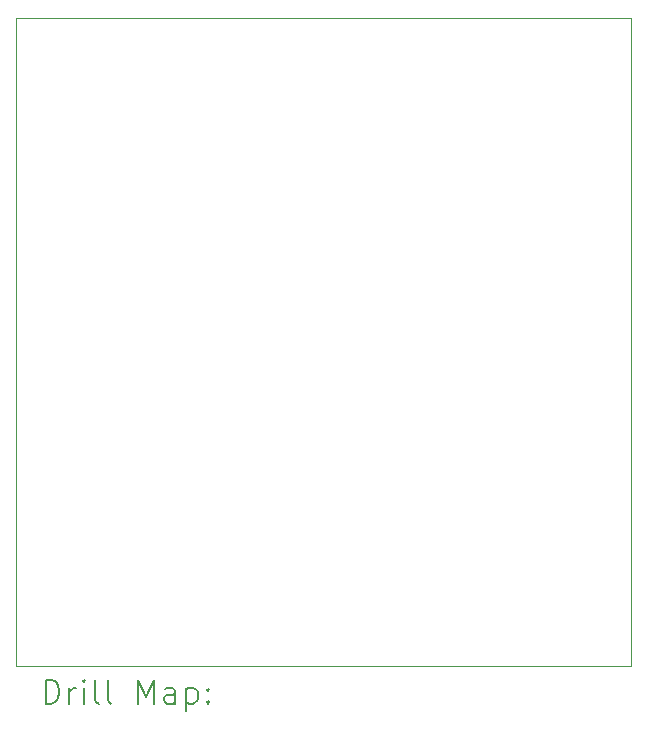
<source format=gbr>
%FSLAX45Y45*%
G04 Gerber Fmt 4.5, Leading zero omitted, Abs format (unit mm)*
G04 Created by KiCad (PCBNEW (6.0.0)) date 2022-10-01 21:34:54*
%MOMM*%
%LPD*%
G01*
G04 APERTURE LIST*
%TA.AperFunction,Profile*%
%ADD10C,0.100000*%
%TD*%
%ADD11C,0.200000*%
G04 APERTURE END LIST*
D10*
X11739380Y-8026400D02*
X16946880Y-8026400D01*
X16946880Y-8026400D02*
X16946880Y-2539500D01*
X16946880Y-2539500D02*
X11739380Y-2539500D01*
X11739380Y-2539500D02*
X11739380Y-8026400D01*
D11*
X11991999Y-8341876D02*
X11991999Y-8141876D01*
X12039618Y-8141876D01*
X12068189Y-8151400D01*
X12087237Y-8170448D01*
X12096761Y-8189495D01*
X12106285Y-8227590D01*
X12106285Y-8256162D01*
X12096761Y-8294257D01*
X12087237Y-8313305D01*
X12068189Y-8332352D01*
X12039618Y-8341876D01*
X11991999Y-8341876D01*
X12191999Y-8341876D02*
X12191999Y-8208543D01*
X12191999Y-8246638D02*
X12201523Y-8227590D01*
X12211047Y-8218067D01*
X12230094Y-8208543D01*
X12249142Y-8208543D01*
X12315808Y-8341876D02*
X12315808Y-8208543D01*
X12315808Y-8141876D02*
X12306285Y-8151400D01*
X12315808Y-8160924D01*
X12325332Y-8151400D01*
X12315808Y-8141876D01*
X12315808Y-8160924D01*
X12439618Y-8341876D02*
X12420570Y-8332352D01*
X12411047Y-8313305D01*
X12411047Y-8141876D01*
X12544380Y-8341876D02*
X12525332Y-8332352D01*
X12515808Y-8313305D01*
X12515808Y-8141876D01*
X12772951Y-8341876D02*
X12772951Y-8141876D01*
X12839618Y-8284733D01*
X12906285Y-8141876D01*
X12906285Y-8341876D01*
X13087237Y-8341876D02*
X13087237Y-8237114D01*
X13077713Y-8218067D01*
X13058666Y-8208543D01*
X13020570Y-8208543D01*
X13001523Y-8218067D01*
X13087237Y-8332352D02*
X13068189Y-8341876D01*
X13020570Y-8341876D01*
X13001523Y-8332352D01*
X12991999Y-8313305D01*
X12991999Y-8294257D01*
X13001523Y-8275209D01*
X13020570Y-8265686D01*
X13068189Y-8265686D01*
X13087237Y-8256162D01*
X13182475Y-8208543D02*
X13182475Y-8408543D01*
X13182475Y-8218067D02*
X13201523Y-8208543D01*
X13239618Y-8208543D01*
X13258666Y-8218067D01*
X13268189Y-8227590D01*
X13277713Y-8246638D01*
X13277713Y-8303781D01*
X13268189Y-8322828D01*
X13258666Y-8332352D01*
X13239618Y-8341876D01*
X13201523Y-8341876D01*
X13182475Y-8332352D01*
X13363428Y-8322828D02*
X13372951Y-8332352D01*
X13363428Y-8341876D01*
X13353904Y-8332352D01*
X13363428Y-8322828D01*
X13363428Y-8341876D01*
X13363428Y-8218067D02*
X13372951Y-8227590D01*
X13363428Y-8237114D01*
X13353904Y-8227590D01*
X13363428Y-8218067D01*
X13363428Y-8237114D01*
M02*

</source>
